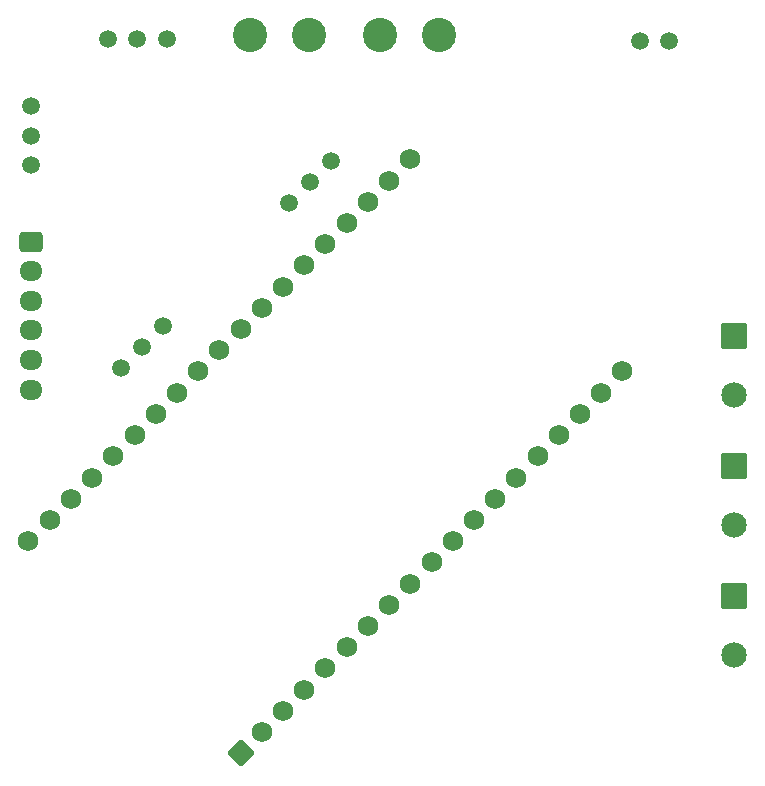
<source format=gbr>
%TF.GenerationSoftware,KiCad,Pcbnew,9.0.1*%
%TF.CreationDate,2025-04-16T13:42:57-07:00*%
%TF.ProjectId,IO:Sensor Board,494f3a53-656e-4736-9f72-20426f617264,rev?*%
%TF.SameCoordinates,Original*%
%TF.FileFunction,Soldermask,Bot*%
%TF.FilePolarity,Negative*%
%FSLAX46Y46*%
G04 Gerber Fmt 4.6, Leading zero omitted, Abs format (unit mm)*
G04 Created by KiCad (PCBNEW 9.0.1) date 2025-04-16 13:42:57*
%MOMM*%
%LPD*%
G01*
G04 APERTURE LIST*
G04 Aperture macros list*
%AMRoundRect*
0 Rectangle with rounded corners*
0 $1 Rounding radius*
0 $2 $3 $4 $5 $6 $7 $8 $9 X,Y pos of 4 corners*
0 Add a 4 corners polygon primitive as box body*
4,1,4,$2,$3,$4,$5,$6,$7,$8,$9,$2,$3,0*
0 Add four circle primitives for the rounded corners*
1,1,$1+$1,$2,$3*
1,1,$1+$1,$4,$5*
1,1,$1+$1,$6,$7*
1,1,$1+$1,$8,$9*
0 Add four rect primitives between the rounded corners*
20,1,$1+$1,$2,$3,$4,$5,0*
20,1,$1+$1,$4,$5,$6,$7,0*
20,1,$1+$1,$6,$7,$8,$9,0*
20,1,$1+$1,$8,$9,$2,$3,0*%
G04 Aperture macros list end*
%ADD10C,1.498600*%
%ADD11RoundRect,0.102000X-0.975000X0.975000X-0.975000X-0.975000X0.975000X-0.975000X0.975000X0.975000X0*%
%ADD12C,2.154000*%
%ADD13C,2.904000*%
%ADD14RoundRect,0.102000X1.081873X0.000000X0.000000X1.081873X-1.081873X0.000000X0.000000X-1.081873X0*%
%ADD15C,1.734000*%
%ADD16RoundRect,0.250000X-0.725000X0.600000X-0.725000X-0.600000X0.725000X-0.600000X0.725000X0.600000X0*%
%ADD17O,1.950000X1.700000*%
G04 APERTURE END LIST*
D10*
%TO.C,J1*%
X146142393Y-95606859D03*
X144374626Y-97374626D03*
X142606859Y-99142393D03*
%TD*%
D11*
%TO.C,P2*%
X194500000Y-107500000D03*
D12*
X194500000Y-112500000D03*
%TD*%
D13*
%TO.C,U10*%
X164500000Y-71000000D03*
X169500000Y-71000000D03*
%TD*%
D11*
%TO.C,P3*%
X194500000Y-96500000D03*
D12*
X194500000Y-101500000D03*
%TD*%
D10*
%TO.C,J4*%
X189000000Y-71500000D03*
X186500000Y-71500000D03*
%TD*%
%TO.C,J5*%
X135000000Y-77000000D03*
X135000000Y-79500000D03*
X135000000Y-82000000D03*
%TD*%
D14*
%TO.C,U2*%
X152703949Y-131796051D03*
D15*
X154500000Y-130000000D03*
X156296052Y-128203949D03*
X158092103Y-126407897D03*
X159888154Y-124611846D03*
X161684205Y-122815795D03*
X163480257Y-121019744D03*
X165276308Y-119223693D03*
X167072359Y-117427641D03*
X168868410Y-115631590D03*
X170664461Y-113835539D03*
X172460513Y-112039488D03*
X174256564Y-110243436D03*
X176052615Y-108447385D03*
X177848666Y-106651334D03*
X179644718Y-104855283D03*
X181440769Y-103059231D03*
X183236820Y-101263180D03*
X185032871Y-99467129D03*
X167072359Y-81506617D03*
X165276308Y-83302668D03*
X163480257Y-85098719D03*
X161684205Y-86894770D03*
X159888154Y-88690822D03*
X158092103Y-90486873D03*
X156296052Y-92282924D03*
X154500000Y-94078975D03*
X152703949Y-95875027D03*
X150907898Y-97671078D03*
X149111847Y-99467129D03*
X147315795Y-101263180D03*
X145519744Y-103059231D03*
X143723693Y-104855283D03*
X141927642Y-106651334D03*
X140131591Y-108447385D03*
X138335539Y-110243436D03*
X136539488Y-112039488D03*
X134743437Y-113835539D03*
%TD*%
D10*
%TO.C,J2*%
X146466600Y-71329801D03*
X143966600Y-71329801D03*
X141466600Y-71329801D03*
%TD*%
D16*
%TO.C,J3*%
X135000000Y-88500000D03*
D17*
X135000000Y-91000000D03*
X135000000Y-93500000D03*
X135000000Y-95999999D03*
X134999999Y-98499999D03*
X135000000Y-101000000D03*
%TD*%
D11*
%TO.C,P1*%
X194462500Y-118500000D03*
D12*
X194462500Y-123500000D03*
%TD*%
D13*
%TO.C,U8*%
X153500000Y-71000000D03*
X158500000Y-71000000D03*
%TD*%
D10*
%TO.C,J6*%
X160345222Y-81654028D03*
X158577455Y-83421795D03*
X156809688Y-85189562D03*
%TD*%
M02*

</source>
